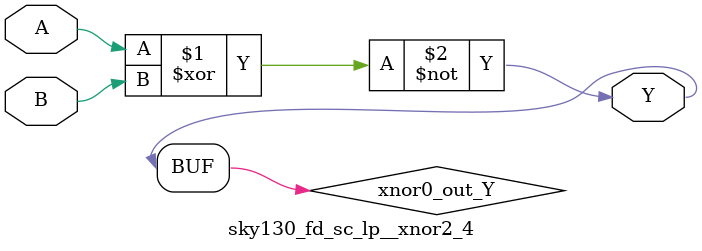
<source format=v>
/*
 * Copyright 2020 The SkyWater PDK Authors
 *
 * Licensed under the Apache License, Version 2.0 (the "License");
 * you may not use this file except in compliance with the License.
 * You may obtain a copy of the License at
 *
 *     https://www.apache.org/licenses/LICENSE-2.0
 *
 * Unless required by applicable law or agreed to in writing, software
 * distributed under the License is distributed on an "AS IS" BASIS,
 * WITHOUT WARRANTIES OR CONDITIONS OF ANY KIND, either express or implied.
 * See the License for the specific language governing permissions and
 * limitations under the License.
 *
 * SPDX-License-Identifier: Apache-2.0
*/


`ifndef SKY130_FD_SC_LP__XNOR2_4_FUNCTIONAL_V
`define SKY130_FD_SC_LP__XNOR2_4_FUNCTIONAL_V

/**
 * xnor2: 2-input exclusive NOR.
 *
 *        Y = !(A ^ B)
 *
 * Verilog simulation functional model.
 */

`timescale 1ns / 1ps
`default_nettype none

`celldefine
module sky130_fd_sc_lp__xnor2_4 (
    Y,
    A,
    B
);

    // Module ports
    output Y;
    input  A;
    input  B;

    // Local signals
    wire xnor0_out_Y;

    //   Name   Output       Other arguments
    xnor xnor0 (xnor0_out_Y, A, B           );
    buf  buf0  (Y          , xnor0_out_Y    );

endmodule
`endcelldefine

`default_nettype wire
`endif  // SKY130_FD_SC_LP__XNOR2_4_FUNCTIONAL_V

</source>
